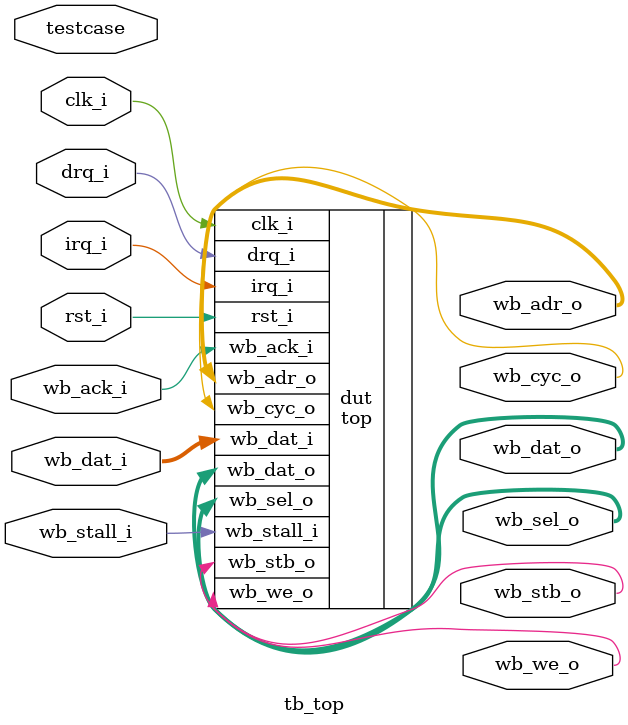
<source format=sv>
/*           __        _
 *  ________/ /  ___ _(_)__  ___
 * / __/ __/ _ \/ _ `/ / _ \/ -_)
 * \__/\__/_//_/\_,_/_/_//_/\__/
 * 
 * Copyright (C) Clément Chaine
 * This file is part of ECAP5-DPROC <https://github.com/cchaine/ECAP5-DPROC>
 *
 * ECAP5-DPROC is free software: you can redistribute it and/or modify
 * it under the terms of the GNU General Public License as published by
 * the Free Software Foundation, either version 3 of the License, or
 * (at your option) any later version.
 *
 * ECAP5-DPROC is distributed in the hope that it will be useful,
 * but WITHOUT ANY WARRANTY; without even the implied warranty of
 * MERCHANTABILITY or FITNESS FOR A PARTICULAR PURPOSE.  See the
 * GNU General Public License for more details.
 *
 * You should have received a copy of the GNU General Public License
 * along with ECAP5-DPROC.  If not, see <http://www.gnu.org/licenses/>.
 */

module tb_top (
  input   int          testcase,

  input  logic        clk_i,
  input  logic        rst_i,

  input  logic        irq_i,
  input  logic        drq_i,

  output logic[31:0]  wb_adr_o,
  input  logic[31:0]  wb_dat_i,
  output logic[31:0]  wb_dat_o,
  output logic[3:0]   wb_sel_o,
  output logic        wb_we_o,
  output logic        wb_stb_o,
  input  logic        wb_ack_i,
  output logic        wb_cyc_o,
  input  logic        wb_stall_i
);

top dut (
  .clk_i      (clk_i),
  .rst_i      (rst_i),

  .irq_i      (irq_i),
  .drq_i      (drq_i),

  .wb_adr_o   (wb_adr_o),
  .wb_dat_i   (wb_dat_i),
  .wb_dat_o   (wb_dat_o),
  .wb_sel_o   (wb_sel_o),
  .wb_we_o    (wb_we_o),
  .wb_stb_o   (wb_stb_o),
  .wb_ack_i   (wb_ack_i),
  .wb_cyc_o   (wb_cyc_o),
  .wb_stall_i (wb_stall_i)
);

endmodule // top

</source>
